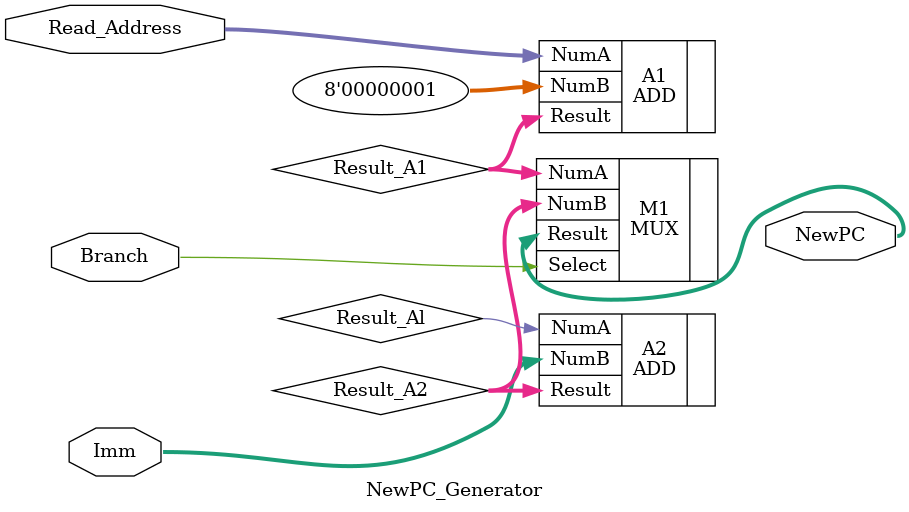
<source format=v>
`timescale 1ns / 1ps
module NewPC_Generator(
    input [7:0] Read_Address,
    input Branch,
    input [7:0] Imm,
    output [7:0] NewPC
    );
	
	wire [7:0] Result_A1;
	wire [7:0] Result_A2;
	
	ADD A1(.NumA(Read_Address), .NumB(8'b00000001), .Result(Result_A1));	//Read_Address + 1
	ADD A2(.NumA(Result_Al), .NumB(Imm), .Result(Result_A2));				//Read_Address + 1 + Imm
	MUX M1(.NumA(Result_A1), .NumB(Result_A2), .Select(Branch), .Result(NewPC));	//Select between up two

endmodule

</source>
